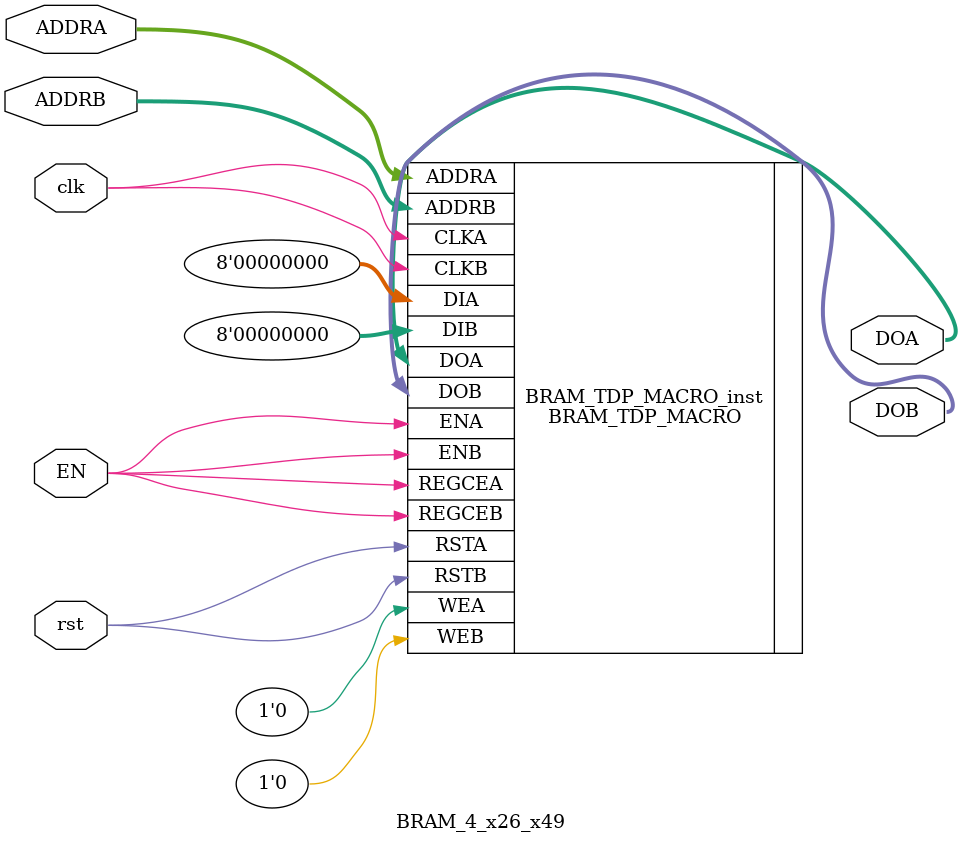
<source format=v>

module BRAM_4_x26_x49(
    input [9:0] ADDRA,
    input [9:0] ADDRB,
    input clk,
    input rst, input EN,
    output [7:0] DOA,
    output [7:0] DOB
    );



// Spartan-6
// Xilinx HDL Libraries Guide, version 14.7
//////////////////////////////////////////////////////////////////////////
// DATA_WIDTH_A/B | BRAM_SIZE | RAM Depth | ADDRA/B Width | WEA/B Width //
// ===============|===========|===========|===============|=============//
// 19-36 | "18Kb" | 512 | 9-bit | 4-bit //
// 10-18 | "18Kb" | 1024 | 10-bit | 2-bit //
// 10-18 | "9Kb" | 512 | 9-bit | 2-bit //
// 5-9 | "18Kb" | 2048 | 11-bit | 1-bit //
// 5-9 | "9Kb" | 1024 | 10-bit | 1-bit //
// 3-4 | "18Kb" | 4096 | 12-bit | 1-bit //
// 3-4 | "9Kb" | 2048 | 11-bit | 1-bit //
// 2 | "18Kb" | 8192 | 13-bit | 1-bit //
// 2 | "9Kb" | 4096 | 12-bit | 1-bit //
// 1 | "18Kb" | 16384 | 14-bit | 1-bit //
// 1 | "9Kb" | 8192 | 12-bit | 1-bit //
//////////////////////////////////////////////////////////////////////////
BRAM_TDP_MACRO #(
	.BRAM_SIZE("9Kb"), // Target BRAM: "9Kb" or "18Kb"
	.DEVICE("SPARTAN6"), // Target device: "VIRTEX5", "VIRTEX6", "SPARTAN6"
	.DOA_REG(1), // Optional port A output register (0 or 1)
	.DOB_REG(1), // Optional port B output register (0 or 1)
	.INIT_A(36'h0123), // Initial values on port A output port
	.INIT_B(36'h3210), // Initial values on port B output port
	.INIT_FILE ("NONE"),
		.READ_WIDTH_A (8), // Valid values are 1-36
	.READ_WIDTH_B (8), // Valid values are 1-36
	.SIM_COLLISION_CHECK ("NONE"), // Collision check enable "ALL", "WARNING_ONLY",
	// "GENERATE_X_ONLY" or "NONE"
	.SRVAL_A(36'h00000000), // Set/Reset value for port A output
	.SRVAL_B(36'h00000000), // Set/Reset value for port B output
	.WRITE_MODE_A("WRITE_FIRST"), // "WRITE_FIRST", "READ_FIRST", or "NO_CHANGE"
	.WRITE_MODE_B("WRITE_FIRST"), // "WRITE_FIRST", "READ_FIRST", or "NO_CHANGE"
	.WRITE_WIDTH_A(8), // Valid values are 1-36
	.WRITE_WIDTH_B(8), // Valid values are 1-36
	
.INIT_00(256'hF28994117D1100006820AB2EDD82000098C40000DD1300004728000007FA0000),
.INIT_01(256'h773E23A6015F0000671D7AFF4D200000D5BB6666B844000080DD00008E410000),
.INIT_02(256'hFEE415139B96CF4C74DEBA3F74C90000EBD62CAF55FA73F0981500007C630000),
.INIT_03(256'hFED6282E625D45C60A921590951A7E7E5D52BE3DCB56870450EF0000FAD70000),
.INIT_04(256'hE0B5DB5E16549C9CA6C078FD6A1B000003710000EC0C00009CDD000076A50000),
.INIT_05(256'hFED5478E102C561AF1E94188434C0945191581CD3FA1064ACFF024688A27C589),
.INIT_06(256'hF0C4292FAD8E61E2941028ADAC3F00006C7F5FDC39B841C26DCE414162530000),
.INIT_07(256'h7F352B613A6735FAA65C7BB2E00D632F99F43EF105FAA76825F8713D85CAD19D),
.INIT_08(256'h1D667BFE92FEEFEF87CF44C1326DEFEF772BEFEF32FCEFEFA8C7EFEFE815EFEF),
.INIT_09(256'h98D1CC49EEB0EFEF88F29510A2CFEFEF3A54898957ABEFEF6F32EFEF61AEEFEF),
.INIT_0A(256'h110BFAFC747920A39B3155D09B26EFEF0439C340BA159C1F77FAEFEF938CEFEF),
.INIT_0B(256'h1139C7C18DB2AA29E57DFA7F7AF59191B2BD51D224B968EBBF00EFEF1538EFEF),
.INIT_0C(256'h0F5A34B1F9BB7373492F971285F4EFEFEC9EEFEF03E3EFEF7332EFEF994AEFEF),
.INIT_0D(256'h113AA861FFC3B9F51E06AE67ACA3E6AAF6FA6E22D04EE9A5201FCB8765C82A66),
.INIT_0E(256'h1F2BC6C042618E0D7BFFC74243D0EFEF8390B033D657AE2D8221AEAE8DBCEFEF),
.INIT_0F(256'h90DAC48ED588DA1549B3945D0FE28CC0761BD11EEA154887CA179ED26A253E72),
.INIT_10(256'h46A4EEFF7C9100004A1D7C6DA8F000000B1700007F7D000018B1000026910000),
.INIT_11(256'h58A8A5B41FE00000A3E61F0E145E0000EFE12828859500000BB0000003A60000),
.INIT_12(256'hAE302397F1602C89830D100189080000D4B466C3A9D7EB4E215100009BF50000),
.INIT_13(256'h36BAC1751497852062FE54453DAE272791E3C065F29E65C01D7F000091ED0000),
.INIT_14(256'h1A1CFBEAEDE4636397240A1BB8040000E61E000029CF0000175A000092C10000),
.INIT_15(256'hC9931A45FFAA753BA847D8876E8E0D433E9A733D53E9E7A92332400E2C23FCB2),
.INIT_16(256'hDDA7A71384F115B02B41ADBC274200001692F7521B81B1145BCFCBCB911B0000),
.INIT_17(256'hDAFCBD47426BF8134E780A55AB9278363DE558B392548A6112DAD9975284AEE0),
.INIT_18(256'hA94B0110937EEFEFA5F29382471FEFEFE4F8EFEF9092EFEFF75EEFEFC97EEFEF),
.INIT_19(256'hB7474A5BF00FEFEF4C09F0E1FBB1EFEF000EC7C76A7AEFEFE45FEFEFEC49EFEF),
.INIT_1A(256'h41DFCC781E8FC3666CE2FFEE66E7EFEF3B5B892C463804A1CEBEEFEF741AEFEF),
.INIT_1B(256'hD9552E9AFB786ACF8D11BBAAD241C8C87E0C2F8A1D718A2FF290EFEF7E02EFEF),
.INIT_1C(256'hF5F31405020B8C8C78CBE5F457EBEFEF09F1EFEFC620EFEFF8B5EFEF7D2EEFEF),
.INIT_1D(256'h267CF5AA10459AD447A837688161E2ACD1759CD2BC060846CCDDAFE1C3CC135D),
.INIT_1E(256'h324848FC6B1EFA5FC4AE4253C8ADEFEFF97D18BDF46E5EFBB42024247EF4EFEF),
.INIT_1F(256'h351352A8AD8417FCA197E5BA447D97D9D20AB75C7DBB658EFD353678BD6B410F),



	
	//===============================================================================
	
	.INIT_20(256'h0000000000000000000000000000000000000000000000000000000000000000),
	.INIT_21(256'h0000000000000000000000000000000000000000000000000000000000000000),
	.INIT_22(256'h0000000000000000000000000000000000000000000000000000000000000000),
	.INIT_23(256'h0000000000000000000000000000000000000000000000000000000000000000),
	.INIT_24(256'h0000000000000000000000000000000000000000000000000000000000000000),
	.INIT_25(256'h0000000000000000000000000000000000000000000000000000000000000000),
	.INIT_26(256'h0000000000000000000000000000000000000000000000000000000000000000),
	.INIT_27(256'h0000000000000000000000000000000000000000000000000000000000000000),
	.INIT_28(256'h0000000000000000000000000000000000000000000000000000000000000000),
	.INIT_29(256'h0000000000000000000000000000000000000000000000000000000000000000),
	.INIT_2A(256'h0000000000000000000000000000000000000000000000000000000000000000),
	.INIT_2B(256'h0000000000000000000000000000000000000000000000000000000000000000),
	.INIT_2C(256'h0000000000000000000000000000000000000000000000000000000000000000),
	.INIT_2D(256'h0000000000000000000000000000000000000000000000000000000000000000),
	.INIT_2E(256'h0000000000000000000000000000000000000000000000000000000000000000),
	.INIT_2F(256'h0000000000000000000000000000000000000000000000000000000000000000),
	.INIT_30(256'h0000000000000000000000000000000000000000000000000000000000000000),
	.INIT_31(256'h0000000000000000000000000000000000000000000000000000000000000000),
	.INIT_32(256'h0000000000000000000000000000000000000000000000000000000000000000),
	.INIT_33(256'h0000000000000000000000000000000000000000000000000000000000000000),
	.INIT_34(256'h0000000000000000000000000000000000000000000000000000000000000000),
	.INIT_35(256'h0000000000000000000000000000000000000000000000000000000000000000),
	.INIT_36(256'h0000000000000000000000000000000000000000000000000000000000000000),
	.INIT_37(256'h0000000000000000000000000000000000000000000000000000000000000000),
	.INIT_38(256'h0000000000000000000000000000000000000000000000000000000000000000),
	.INIT_39(256'h0000000000000000000000000000000000000000000000000000000000000000),
	.INIT_3A(256'h0000000000000000000000000000000000000000000000000000000000000000),
	.INIT_3B(256'h0000000000000000000000000000000000000000000000000000000000000000),
	.INIT_3C(256'h0000000000000000000000000000000000000000000000000000000000000000),
	.INIT_3D(256'h0000000000000000000000000000000000000000000000000000000000000000),
	.INIT_3E(256'h0000000000000000000000000000000000000000000000000000000000000000),
	.INIT_3F(256'h0000000000000000000000000000000000000000000000000000000000000000),


	// The next set of INITP_xx are for the parity bits
	.INITP_00(256'h0000000000000000000000000000000000000000000000000000000000000000),
	.INITP_01(256'h0000000000000000000000000000000000000000000000000000000000000000),
	.INITP_02(256'h0000000000000000000000000000000000000000000000000000000000000000),
	.INITP_03(256'h0000000000000000000000000000000000000000000000000000000000000000),
	// The next set of INITP_xx are for "18Kb" configuration only
	.INITP_04(256'h0000000000000000000000000000000000000000000000000000000000000000),
	.INITP_05(256'h0000000000000000000000000000000000000000000000000000000000000000),
	.INITP_06(256'h0000000000000000000000000000000000000000000000000000000000000000),
	.INITP_07(256'h0000000000000000000000000000000000000000000000000000000000000000)
) BRAM_TDP_MACRO_inst (
	.DOA(DOA), // Output port-A data, width defined by READ_WIDTH_A parameter
	.DOB(DOB), // Output port-B data, width defined by READ_WIDTH_B parameter
	.ADDRA(ADDRA), // Input port-A address, width defined by Port A depth
	.ADDRB(ADDRB), // Input port-B address, width defined by Port B depth
	.CLKA(clk), // 1-bit input port-A clock
	.CLKB(clk), // 1-bit input port-B clock
		.DIA(8'h0), // Input port-A data, width defined by WRITE_WIDTH_A parameter
	.DIB(8'h0), // Input port-B data, width defined by WRITE_WIDTH_B parameter
	.ENA(EN), // 1-bit input port-A enable
	.ENB(EN), // 1-bit input port-B enable
	.REGCEA(EN), // 1-bit input port-A output register enable
	.REGCEB(EN), // 1-bit input port-B output register enable
	.RSTA(rst), // 1-bit input port-A reset
	.RSTB(rst), // 1-bit input port-B reset
	.WEA(1'b0), // Input port-A write enable, width defined by Port A depth
	.WEB(1'b0) // Input port-B write enable, width defined by Port B depth
);
// End of BRAM_TDP_MACRO_inst instantiation
endmodule

</source>
